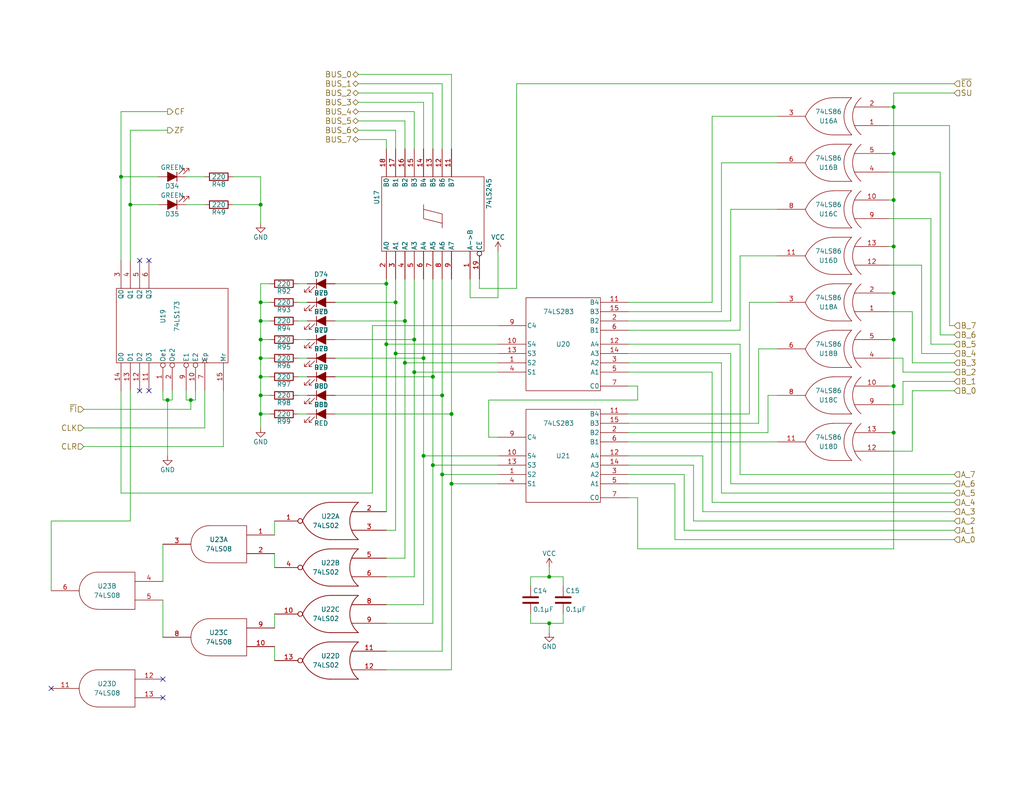
<source format=kicad_sch>
(kicad_sch (version 20230121) (generator eeschema)
  (paper "USLetter")
  (lib_symbols
    (symbol "8bit-computer-rescue:74LS02-8bit-computer-rescue" (pin_names (offset 0.762))
      (property "Reference" "U" (at 0 1.27 0))
      (property "Value" "8bit-computer-rescue:74LS02" (at 1.27 -1.27 0))
      (symbol "74LS02-8bit-computer-rescue_0_0"
        (pin power_in line (at -5.08 5.08 270) (length 0) hide (name "VCC") (number "14"))
        (pin power_in line (at -5.08 -5.08 90) (length 0) hide (name "GND") (number "7"))
      )
      (symbol "74LS02-8bit-computer-rescue_0_1"
        (arc (start -7.62 -5.08) (mid -5.2708 0) (end -7.62 5.08) (stroke (width 0.2032)))
        (arc (start 0 -5.08) (mid 4.5812 -3.6906) (end 7.62 0) (stroke (width 0.2032)))
        (polyline (pts (xy -7.62 -5.08) (xy 0 -5.08)) (stroke (width 0.2032)))
        (polyline (pts (xy -7.62 5.08) (xy 0 5.08)) (stroke (width 0.2032)))
        (arc (start 7.62 0) (mid 4.5727 3.6819) (end 0 5.08) (stroke (width 0.2032)))
      )
      (symbol "74LS02-8bit-computer-rescue_0_2"
        (polyline (pts (xy 2.54 5.08) (xy -7.62 5.08) (xy -7.62 -5.08) (xy 2.54 -5.08)) (stroke (width 0.2032)))
        (arc (start 2.5654 -5.0546) (mid 7.5947 0.0001) (end 2.5654 5.08) (stroke (width 0.2032)))
      )
      (symbol "74LS02-8bit-computer-rescue_1_1"
        (pin output inverted (at 15.24 0 180) (length 7.62) (name "~") (number "1"))
        (pin input line (at -15.24 2.54 0) (length 9.398) (name "~") (number "2"))
        (pin input line (at -15.24 -2.54 0) (length 9.398) (name "~") (number "3"))
      )
      (symbol "74LS02-8bit-computer-rescue_1_2"
        (pin output line (at 15.24 0 180) (length 7.62) (name "~") (number "1"))
        (pin input inverted (at -15.24 2.54 0) (length 7.62) (name "~") (number "2"))
        (pin input inverted (at -15.24 -2.54 0) (length 7.62) (name "~") (number "3"))
      )
      (symbol "74LS02-8bit-computer-rescue_2_1"
        (pin output inverted (at 15.24 0 180) (length 7.62) (name "~") (number "4"))
        (pin input line (at -15.24 2.54 0) (length 9.398) (name "~") (number "5"))
        (pin input line (at -15.24 -2.54 0) (length 9.398) (name "~") (number "6"))
      )
      (symbol "74LS02-8bit-computer-rescue_2_2"
        (pin output line (at 15.24 0 180) (length 7.62) (name "~") (number "4"))
        (pin input inverted (at -15.24 2.54 0) (length 7.62) (name "~") (number "5"))
        (pin input inverted (at -15.24 -2.54 0) (length 7.62) (name "~") (number "6"))
      )
      (symbol "74LS02-8bit-computer-rescue_3_1"
        (pin output inverted (at 15.24 0 180) (length 7.62) (name "~") (number "10"))
        (pin input line (at -15.24 2.54 0) (length 9.398) (name "~") (number "8"))
        (pin input line (at -15.24 -2.54 0) (length 9.398) (name "~") (number "9"))
      )
      (symbol "74LS02-8bit-computer-rescue_3_2"
        (pin output line (at 15.24 0 180) (length 7.62) (name "~") (number "10"))
        (pin input inverted (at -15.24 2.54 0) (length 7.62) (name "~") (number "8"))
        (pin input inverted (at -15.24 -2.54 0) (length 7.62) (name "~") (number "9"))
      )
      (symbol "74LS02-8bit-computer-rescue_4_1"
        (pin input line (at -15.24 2.54 0) (length 9.398) (name "~") (number "11"))
        (pin input line (at -15.24 -2.54 0) (length 9.398) (name "~") (number "12"))
        (pin output inverted (at 15.24 0 180) (length 7.62) (name "~") (number "13"))
      )
      (symbol "74LS02-8bit-computer-rescue_4_2"
        (pin input inverted (at -15.24 2.54 0) (length 7.62) (name "~") (number "11"))
        (pin input inverted (at -15.24 -2.54 0) (length 7.62) (name "~") (number "12"))
        (pin output line (at 15.24 0 180) (length 7.62) (name "~") (number "13"))
      )
    )
    (symbol "8bit-computer-rescue:74LS08-8bit-computer-rescue" (pin_names (offset 0.762))
      (property "Reference" "U" (at 0 1.27 0))
      (property "Value" "8bit-computer-rescue:74LS08" (at 0 -1.27 0))
      (symbol "74LS08-8bit-computer-rescue_0_0"
        (pin power_in line (at -5.08 5.08 90) (length 0) hide (name "VCC") (number "14"))
        (pin power_in line (at -5.08 -5.08 90) (length 0) hide (name "GND") (number "7"))
      )
      (symbol "74LS08-8bit-computer-rescue_0_1"
        (polyline (pts (xy 2.54 5.08) (xy -7.62 5.08) (xy -7.62 -5.08) (xy 2.54 -5.08)))
        (arc (start 2.5654 -5.0546) (mid 7.5947 0.0001) (end 2.5654 5.08))
      )
      (symbol "74LS08-8bit-computer-rescue_0_2"
        (arc (start -7.62 -5.0292) (mid -5.3094 0.0082) (end -7.62 5.0546))
        (arc (start 0 -5.0546) (mid 4.5632 -3.6449) (end 7.5946 0.0508))
        (polyline (pts (xy -7.62 -5.08) (xy 0 -5.08)))
        (polyline (pts (xy -7.62 5.08) (xy 0 5.08)))
        (arc (start 7.62 0) (mid 4.6132 3.6946) (end 0.0508 5.08))
      )
      (symbol "74LS08-8bit-computer-rescue_1_1"
        (pin input line (at -15.24 2.54 0) (length 7.62) (name "~") (number "1"))
        (pin input line (at -15.24 -2.54 0) (length 7.62) (name "~") (number "2"))
        (pin output line (at 15.24 0 180) (length 7.62) (name "~") (number "3"))
      )
      (symbol "74LS08-8bit-computer-rescue_1_2"
        (pin input inverted (at -15.24 2.54 0) (length 9.398) (name "~") (number "1"))
        (pin input inverted (at -15.24 -2.54 0) (length 9.398) (name "~") (number "2"))
        (pin output inverted (at 15.24 0 180) (length 7.62) (name "~") (number "3"))
      )
      (symbol "74LS08-8bit-computer-rescue_2_1"
        (pin input line (at -15.24 2.54 0) (length 7.62) (name "~") (number "4"))
        (pin input line (at -15.24 -2.54 0) (length 7.62) (name "~") (number "5"))
        (pin output line (at 15.24 0 180) (length 7.62) (name "~") (number "6"))
      )
      (symbol "74LS08-8bit-computer-rescue_2_2"
        (pin input inverted (at -15.24 2.54 0) (length 9.398) (name "~") (number "4"))
        (pin input inverted (at -15.24 -2.54 0) (length 9.398) (name "~") (number "5"))
        (pin output inverted (at 15.24 0 180) (length 7.62) (name "~") (number "6"))
      )
      (symbol "74LS08-8bit-computer-rescue_3_1"
        (pin input line (at -15.24 -2.54 0) (length 7.62) (name "~") (number "10"))
        (pin output line (at 15.24 0 180) (length 7.62) (name "~") (number "8"))
        (pin input line (at -15.24 2.54 0) (length 7.62) (name "~") (number "9"))
      )
      (symbol "74LS08-8bit-computer-rescue_3_2"
        (pin input inverted (at -15.24 -2.54 0) (length 9.398) (name "~") (number "10"))
        (pin output inverted (at 15.24 0 180) (length 7.62) (name "~") (number "8"))
        (pin input inverted (at -15.24 2.54 0) (length 9.398) (name "~") (number "9"))
      )
      (symbol "74LS08-8bit-computer-rescue_4_1"
        (pin output line (at 15.24 0 180) (length 7.62) (name "~") (number "11"))
        (pin input line (at -15.24 2.54 0) (length 7.62) (name "~") (number "12"))
        (pin input line (at -15.24 -2.54 0) (length 7.62) (name "~") (number "13"))
      )
      (symbol "74LS08-8bit-computer-rescue_4_2"
        (pin output inverted (at 15.24 0 180) (length 7.62) (name "~") (number "11"))
        (pin input inverted (at -15.24 2.54 0) (length 9.398) (name "~") (number "12"))
        (pin input inverted (at -15.24 -2.54 0) (length 9.398) (name "~") (number "13"))
      )
    )
    (symbol "8bit-computer-rescue:74LS173-8bit-computer-rescue" (pin_names (offset 0.254))
      (property "Reference" "U" (at 2.54 2.54 0))
      (property "Value" "8bit-computer-rescue:74LS173" (at 2.54 -1.27 0))
      (symbol "74LS173-8bit-computer-rescue_0_0"
        (pin power_in line (at -7.62 15.24 90) (length 0) hide (name "VCC") (number "16"))
        (pin power_in line (at -7.62 -15.24 90) (length 0) hide (name "GND") (number "8"))
      )
      (symbol "74LS173-8bit-computer-rescue_0_1"
        (rectangle (start -10.16 15.24) (end 10.16 -15.24))
      )
      (symbol "74LS173-8bit-computer-rescue_1_1"
        (pin input inverted (at -17.78 2.54 0) (length 7.62) (name "Oe1") (number "1"))
        (pin input inverted (at -17.78 -6.35 0) (length 7.62) (name "E2") (number "10"))
        (pin input line (at -17.78 6.35 0) (length 7.62) (name "D3") (number "11"))
        (pin input line (at -17.78 8.89 0) (length 7.62) (name "D2") (number "12"))
        (pin input line (at -17.78 11.43 0) (length 7.62) (name "D1") (number "13"))
        (pin input line (at -17.78 13.97 0) (length 7.62) (name "D0") (number "14"))
        (pin input line (at -17.78 -13.97 0) (length 7.62) (name "Mr") (number "15"))
        (pin input inverted (at -17.78 0 0) (length 7.62) (name "Oe2") (number "2"))
        (pin tri_state line (at 17.78 13.97 180) (length 7.62) (name "Q0") (number "3"))
        (pin tri_state line (at 17.78 11.43 180) (length 7.62) (name "Q1") (number "4"))
        (pin tri_state line (at 17.78 8.89 180) (length 7.62) (name "Q2") (number "5"))
        (pin tri_state line (at 17.78 6.35 180) (length 7.62) (name "Q3") (number "6"))
        (pin input clock (at -17.78 -8.89 0) (length 7.62) (name "Cp") (number "7"))
        (pin input inverted (at -17.78 -3.81 0) (length 7.62) (name "E1") (number "9"))
      )
    )
    (symbol "8bit-computer-rescue:74LS245-8bit-computer-rescue" (pin_names (offset 0.254))
      (property "Reference" "U" (at 2.54 14.605 0))
      (property "Value" "8bit-computer-rescue:74LS245" (at 1.27 -14.605 0))
      (symbol "74LS245-8bit-computer-rescue_0_0"
        (pin power_in line (at 0 -13.97 90) (length 0) hide (name "GND") (number "10"))
        (pin power_in line (at 0 13.97 270) (length 0) hide (name "VCC") (number "20"))
      )
      (symbol "74LS245-8bit-computer-rescue_0_1"
        (rectangle (start -10.16 13.97) (end 10.16 -13.97))
        (polyline (pts (xy 1.27 2.54) (xy 0 -2.54) (xy -2.54 -2.54)))
        (polyline (pts (xy 2.54 2.54) (xy -1.27 2.54) (xy -2.54 -2.54) (xy -3.81 -2.54)))
      )
      (symbol "74LS245-8bit-computer-rescue_1_1"
        (pin input line (at -17.78 -10.16 0) (length 7.62) (name "A->B") (number "1"))
        (pin tri_state line (at 17.78 -5.08 180) (length 7.62) (name "B7") (number "11"))
        (pin tri_state line (at 17.78 -2.54 180) (length 7.62) (name "B6") (number "12"))
        (pin tri_state line (at 17.78 0 180) (length 7.62) (name "B5") (number "13"))
        (pin tri_state line (at 17.78 2.54 180) (length 7.62) (name "B4") (number "14"))
        (pin tri_state line (at 17.78 5.08 180) (length 7.62) (name "B3") (number "15"))
        (pin tri_state line (at 17.78 7.62 180) (length 7.62) (name "B2") (number "16"))
        (pin tri_state line (at 17.78 10.16 180) (length 7.62) (name "B1") (number "17"))
        (pin tri_state line (at 17.78 12.7 180) (length 7.62) (name "B0") (number "18"))
        (pin input inverted (at -17.78 -12.7 0) (length 7.62) (name "CE") (number "19"))
        (pin tri_state line (at -17.78 12.7 0) (length 7.62) (name "A0") (number "2"))
        (pin tri_state line (at -17.78 10.16 0) (length 7.62) (name "A1") (number "3"))
        (pin tri_state line (at -17.78 7.62 0) (length 7.62) (name "A2") (number "4"))
        (pin tri_state line (at -17.78 5.08 0) (length 7.62) (name "A3") (number "5"))
        (pin tri_state line (at -17.78 2.54 0) (length 7.62) (name "A4") (number "6"))
        (pin tri_state line (at -17.78 0 0) (length 7.62) (name "A5") (number "7"))
        (pin tri_state line (at -17.78 -2.54 0) (length 7.62) (name "A6") (number "8"))
        (pin tri_state line (at -17.78 -5.08 0) (length 7.62) (name "A7") (number "9"))
      )
    )
    (symbol "8bit-computer-rescue:74LS283-8bit-computer-rescue" (pin_names (offset 0.254))
      (property "Reference" "U" (at 0 0 0))
      (property "Value" "8bit-computer-rescue:74LS283" (at 1.27 -8.89 0))
      (symbol "74LS283-8bit-computer-rescue_0_0"
        (pin power_in line (at -7.62 12.7 90) (length 0) hide (name "VCC") (number "16"))
        (pin power_in line (at -7.62 -12.7 90) (length 0) hide (name "GND") (number "8"))
      )
      (symbol "74LS283-8bit-computer-rescue_0_1"
        (rectangle (start -10.16 12.7) (end 10.16 -12.7))
      )
      (symbol "74LS283-8bit-computer-rescue_1_1"
        (pin output line (at 17.78 5.08 180) (length 7.62) (name "S2") (number "1"))
        (pin output line (at 17.78 0 180) (length 7.62) (name "S4") (number "10"))
        (pin input line (at -17.78 -11.43 0) (length 7.62) (name "B4") (number "11"))
        (pin input line (at -17.78 0 0) (length 7.62) (name "A4") (number "12"))
        (pin output line (at 17.78 2.54 180) (length 7.62) (name "S3") (number "13"))
        (pin input line (at -17.78 2.54 0) (length 7.62) (name "A3") (number "14"))
        (pin input line (at -17.78 -8.89 0) (length 7.62) (name "B3") (number "15"))
        (pin input line (at -17.78 -6.35 0) (length 7.62) (name "B2") (number "2"))
        (pin input line (at -17.78 5.08 0) (length 7.62) (name "A2") (number "3"))
        (pin output line (at 17.78 7.62 180) (length 7.62) (name "S1") (number "4"))
        (pin input line (at -17.78 7.62 0) (length 7.62) (name "A1") (number "5"))
        (pin input line (at -17.78 -3.81 0) (length 7.62) (name "B1") (number "6"))
        (pin input line (at -17.78 11.43 0) (length 7.62) (name "C0") (number "7"))
        (pin output line (at 17.78 -5.08 180) (length 7.62) (name "C4") (number "9"))
      )
    )
    (symbol "8bit-computer-rescue:74LS86-8bit-computer-rescue" (pin_names (offset 0.762) hide)
      (property "Reference" "U" (at 1.27 1.27 0))
      (property "Value" "8bit-computer-rescue:74LS86" (at 1.27 -1.27 0))
      (symbol "74LS86-8bit-computer-rescue_0_0"
        (pin power_in line (at -5.08 5.08 270) (length 0) hide (name "VCC") (number "14"))
        (pin power_in line (at -5.08 -5.08 90) (length 0) hide (name "GND") (number "7"))
      )
      (symbol "74LS86-8bit-computer-rescue_0_1"
        (arc (start -7.62 -5.0292) (mid -5.3094 0.0082) (end -7.62 5.0546))
        (arc (start -5.0292 -5.08) (mid -2.9462 -0.006) (end -5.08 5.0546))
        (arc (start 0 -5.0546) (mid 4.5632 -3.6449) (end 7.5946 0.0508))
        (polyline (pts (xy -5.08 -5.08) (xy 0 -5.08)))
        (polyline (pts (xy -5.08 5.08) (xy 0 5.08)))
        (arc (start 7.62 0) (mid 4.6132 3.6946) (end 0.0508 5.08))
      )
      (symbol "74LS86-8bit-computer-rescue_1_1"
        (pin input line (at -15.24 2.54 0) (length 9.398) (name "IN1") (number "1"))
        (pin input line (at -15.24 -2.54 0) (length 9.398) (name "IN2") (number "2"))
        (pin output line (at 15.24 0 180) (length 7.62) (name "OUT") (number "3"))
      )
      (symbol "74LS86-8bit-computer-rescue_2_1"
        (pin input line (at -15.24 2.54 0) (length 9.398) (name "IN1") (number "4"))
        (pin input line (at -15.24 -2.54 0) (length 9.398) (name "IN2") (number "5"))
        (pin output line (at 15.24 0 180) (length 7.62) (name "OUT") (number "6"))
      )
      (symbol "74LS86-8bit-computer-rescue_3_1"
        (pin input line (at -15.24 -2.54 0) (length 9.398) (name "IN2") (number "10"))
        (pin output line (at 15.24 0 180) (length 7.62) (name "OUT") (number "8"))
        (pin input line (at -15.24 2.54 0) (length 9.398) (name "IN1") (number "9"))
      )
      (symbol "74LS86-8bit-computer-rescue_4_1"
        (pin output line (at 15.24 0 180) (length 7.62) (name "OUT") (number "11"))
        (pin input line (at -15.24 2.54 0) (length 9.398) (name "IN1") (number "12"))
        (pin input line (at -15.24 -2.54 0) (length 9.398) (name "IN2") (number "13"))
      )
    )
    (symbol "8bit-computer-rescue:LED_ALT-Device" (pin_numbers hide) (pin_names (offset 1.016) hide)
      (property "Reference" "D" (at 0 2.54 0))
      (property "Value" "Device:LED_ALT" (at 0 -2.54 0))
      (symbol "LED_ALT-Device_0_1"
        (polyline (pts (xy -1.27 -1.27) (xy -1.27 1.27)) (stroke (width 0.2032)))
        (polyline (pts (xy -1.27 0) (xy 1.27 0)))
        (polyline (pts (xy 1.27 -1.27) (xy 1.27 1.27) (xy -1.27 0) (xy 1.27 -1.27)) (stroke (width 0.2032)) (fill (type outline)))
        (polyline (pts (xy -3.048 -0.762) (xy -4.572 -2.286) (xy -3.81 -2.286) (xy -4.572 -2.286) (xy -4.572 -1.524)))
        (polyline (pts (xy -1.778 -0.762) (xy -3.302 -2.286) (xy -2.54 -2.286) (xy -3.302 -2.286) (xy -3.302 -1.524)))
      )
      (symbol "LED_ALT-Device_1_1"
        (pin passive line (at -3.81 0 0) (length 2.54) (name "K") (number "1"))
        (pin passive line (at 3.81 0 180) (length 2.54) (name "A") (number "2"))
      )
    )
    (symbol "Device:C" (pin_numbers hide) (pin_names (offset 0.254))
      (property "Reference" "C" (at 0.635 2.54 0))
      (property "Value" "C" (at 0.635 -2.54 0))
      (symbol "C_0_1"
        (polyline (pts (xy -2.032 -0.762) (xy 2.032 -0.762)) (stroke (width 0.508)))
        (polyline (pts (xy -2.032 0.762) (xy 2.032 0.762)) (stroke (width 0.508)))
      )
      (symbol "C_1_1"
        (pin passive line (at 0 3.81 270) (length 2.794) (name "~") (number "1"))
        (pin passive line (at 0 -3.81 90) (length 2.794) (name "~") (number "2"))
      )
    )
    (symbol "Device:R" (pin_numbers hide) (pin_names (offset 0))
      (property "Reference" "R" (at 2.032 0 90))
      (property "Value" "R" (at 0 0 90))
      (symbol "R_0_1"
        (rectangle (start -1.016 -2.54) (end 1.016 2.54) (stroke (width 0.254)))
      )
      (symbol "R_1_1"
        (pin passive line (at 0 3.81 270) (length 1.27) (name "~") (number "1"))
        (pin passive line (at 0 -3.81 90) (length 1.27) (name "~") (number "2"))
      )
    )
    (symbol "power:GND" (power) (pin_names (offset 0))
      (property "Value" "GND" (at 0 -3.81 0))
      (symbol "GND_0_1"
        (polyline (pts (xy 0 0) (xy 0 -1.27) (xy 1.27 -1.27) (xy 0 -2.54) (xy -1.27 -1.27) (xy 0 -1.27)))
      )
      (symbol "GND_1_1"
        (pin power_in line (at 0 0 270) (length 0) hide (name "GND") (number "1"))
      )
    )
    (symbol "power:VCC" (power) (pin_names (offset 0))
      (property "Value" "VCC" (at 0 3.81 0))
      (symbol "VCC_0_1"
        (polyline (pts (xy -0.762 1.27) (xy 0 2.54)))
        (polyline (pts (xy 0 0) (xy 0 2.54)))
        (polyline (pts (xy 0 2.54) (xy 0.762 1.27)))
      )
      (symbol "VCC_1_1"
        (pin power_in line (at 0 0 90) (length 0) hide (name "VCC") (number "1"))
      )
    )
  )
  (junction (at 45.72 109.22))
  (junction (at 118.11 102.87))
  (junction (at 110.49 87.63))
  (junction (at 243.84 118.11))
  (junction (at 71.12 92.71))
  (junction (at 71.12 55.88))
  (junction (at 71.12 107.95))
  (junction (at 243.84 67.31))
  (junction (at 120.65 129.54))
  (junction (at 149.86 170.18))
  (junction (at 118.11 127))
  (junction (at 243.84 92.71))
  (junction (at 71.12 82.55))
  (junction (at 33.02 48.26))
  (junction (at 113.03 101.6))
  (junction (at 110.49 99.06))
  (junction (at 115.57 97.79))
  (junction (at 107.95 96.52))
  (junction (at 105.41 93.98))
  (junction (at 71.12 87.63))
  (junction (at 123.19 132.08))
  (junction (at 71.12 97.79))
  (junction (at 71.12 113.03))
  (junction (at 243.84 54.61))
  (junction (at 113.03 92.71))
  (junction (at 105.41 77.47))
  (junction (at 243.84 29.21))
  (junction (at 71.12 102.87))
  (junction (at 120.65 107.95))
  (junction (at 107.95 82.55))
  (junction (at 243.84 41.91))
  (junction (at 115.57 124.46))
  (junction (at 123.19 113.03))
  (junction (at 149.86 157.48))
  (junction (at 52.07 109.22))
  (junction (at 243.84 105.41))
  (junction (at 35.56 55.88))
  (junction (at 243.84 80.01))
  (no_connect (at 44.45 185.42))
  (no_connect (at 38.1 106.68))
  (no_connect (at 38.1 71.12))
  (no_connect (at 40.64 106.68))
  (no_connect (at 44.45 190.5))
  (no_connect (at 13.97 187.96))
  (no_connect (at 40.64 71.12))
  (wire (pts (xy 73.66 107.95) (xy 71.12 107.95)))
  (wire (pts (xy 74.93 151.13) (xy 74.93 154.94)))
  (wire (pts (xy 171.45 118.11) (xy 209.55 118.11)))
  (wire (pts (xy 243.84 29.21) (xy 243.84 41.91)))
  (wire (pts (xy 242.57 34.29) (xy 259.08 34.29)))
  (wire (pts (xy 254 93.98) (xy 260.35 93.98)))
  (wire (pts (xy 144.78 157.48) (xy 149.86 157.48)))
  (wire (pts (xy 35.56 35.56) (xy 35.56 55.88)))
  (wire (pts (xy 123.19 113.03) (xy 123.19 132.08)))
  (wire (pts (xy 22.86 116.84) (xy 55.88 116.84)))
  (wire (pts (xy 53.34 109.22) (xy 53.34 106.68)))
  (wire (pts (xy 13.97 142.24) (xy 35.56 142.24)))
  (wire (pts (xy 199.39 87.63) (xy 199.39 57.15)))
  (wire (pts (xy 149.86 154.94) (xy 149.86 157.48)))
  (wire (pts (xy 184.15 147.32) (xy 260.35 147.32)))
  (wire (pts (xy 128.27 76.2) (xy 128.27 81.28)))
  (wire (pts (xy 189.23 127) (xy 189.23 142.24)))
  (wire (pts (xy 243.84 149.86) (xy 173.99 149.86)))
  (wire (pts (xy 173.99 109.22) (xy 173.99 105.41)))
  (wire (pts (xy 201.93 93.98) (xy 201.93 129.54)))
  (wire (pts (xy 105.41 77.47) (xy 105.41 93.98)))
  (wire (pts (xy 243.84 92.71) (xy 242.57 92.71)))
  (wire (pts (xy 243.84 67.31) (xy 242.57 67.31)))
  (wire (pts (xy 43.18 55.88) (xy 35.56 55.88)))
  (wire (pts (xy 91.44 102.87) (xy 118.11 102.87)))
  (wire (pts (xy 91.44 92.71) (xy 113.03 92.71)))
  (wire (pts (xy 243.84 118.11) (xy 243.84 149.86)))
  (wire (pts (xy 194.31 137.16) (xy 260.35 137.16)))
  (wire (pts (xy 120.65 107.95) (xy 120.65 129.54)))
  (wire (pts (xy 259.08 88.9) (xy 260.35 88.9)))
  (wire (pts (xy 144.78 160.02) (xy 144.78 157.48)))
  (wire (pts (xy 71.12 48.26) (xy 71.12 55.88)))
  (wire (pts (xy 171.45 124.46) (xy 191.77 124.46)))
  (wire (pts (xy 191.77 139.7) (xy 260.35 139.7)))
  (wire (pts (xy 201.93 69.85) (xy 212.09 69.85)))
  (wire (pts (xy 243.84 67.31) (xy 243.84 80.01)))
  (wire (pts (xy 35.56 55.88) (xy 35.56 71.12)))
  (wire (pts (xy 184.15 132.08) (xy 184.15 147.32)))
  (wire (pts (xy 118.11 127) (xy 118.11 170.18)))
  (wire (pts (xy 130.81 76.2) (xy 130.81 78.74)))
  (wire (pts (xy 50.8 109.22) (xy 52.07 109.22)))
  (wire (pts (xy 91.44 107.95) (xy 120.65 107.95)))
  (wire (pts (xy 135.89 81.28) (xy 135.89 68.58)))
  (wire (pts (xy 97.79 30.48) (xy 113.03 30.48)))
  (wire (pts (xy 254 59.69) (xy 254 93.98)))
  (wire (pts (xy 171.45 132.08) (xy 184.15 132.08)))
  (wire (pts (xy 74.93 167.64) (xy 74.93 171.45)))
  (wire (pts (xy 153.67 170.18) (xy 153.67 167.64)))
  (wire (pts (xy 199.39 132.08) (xy 260.35 132.08)))
  (wire (pts (xy 13.97 161.29) (xy 13.97 142.24)))
  (wire (pts (xy 243.84 25.4) (xy 260.35 25.4)))
  (wire (pts (xy 97.79 27.94) (xy 115.57 27.94)))
  (wire (pts (xy 74.93 142.24) (xy 74.93 146.05)))
  (wire (pts (xy 63.5 48.26) (xy 71.12 48.26)))
  (wire (pts (xy 243.84 25.4) (xy 243.84 29.21)))
  (wire (pts (xy 71.12 92.71) (xy 73.66 92.71)))
  (wire (pts (xy 242.57 46.99) (xy 256.54 46.99)))
  (wire (pts (xy 44.45 109.22) (xy 45.72 109.22)))
  (wire (pts (xy 173.99 149.86) (xy 173.99 135.89)))
  (wire (pts (xy 118.11 127) (xy 135.89 127)))
  (wire (pts (xy 171.45 85.09) (xy 196.85 85.09)))
  (wire (pts (xy 130.81 78.74) (xy 140.97 78.74)))
  (wire (pts (xy 115.57 165.1) (xy 105.41 165.1)))
  (wire (pts (xy 199.39 96.52) (xy 199.39 132.08)))
  (wire (pts (xy 33.02 134.62) (xy 33.02 106.68)))
  (wire (pts (xy 107.95 35.56) (xy 107.95 40.64)))
  (wire (pts (xy 123.19 132.08) (xy 123.19 182.88)))
  (wire (pts (xy 173.99 105.41) (xy 171.45 105.41)))
  (wire (pts (xy 196.85 85.09) (xy 196.85 44.45)))
  (wire (pts (xy 207.01 95.25) (xy 212.09 95.25)))
  (wire (pts (xy 243.84 105.41) (xy 243.84 118.11)))
  (wire (pts (xy 71.12 82.55) (xy 71.12 77.47)))
  (wire (pts (xy 118.11 102.87) (xy 118.11 127)))
  (wire (pts (xy 110.49 152.4) (xy 105.41 152.4)))
  (wire (pts (xy 105.41 76.2) (xy 105.41 77.47)))
  (wire (pts (xy 201.93 129.54) (xy 260.35 129.54)))
  (wire (pts (xy 81.28 82.55) (xy 83.82 82.55)))
  (wire (pts (xy 186.69 144.78) (xy 260.35 144.78)))
  (wire (pts (xy 35.56 35.56) (xy 45.72 35.56)))
  (wire (pts (xy 120.65 129.54) (xy 135.89 129.54)))
  (wire (pts (xy 105.41 93.98) (xy 135.89 93.98)))
  (wire (pts (xy 243.84 29.21) (xy 242.57 29.21)))
  (wire (pts (xy 259.08 34.29) (xy 259.08 88.9)))
  (wire (pts (xy 22.86 121.92) (xy 60.96 121.92)))
  (wire (pts (xy 120.65 177.8) (xy 105.41 177.8)))
  (wire (pts (xy 107.95 76.2) (xy 107.95 82.55)))
  (wire (pts (xy 243.84 118.11) (xy 242.57 118.11)))
  (wire (pts (xy 171.45 120.65) (xy 212.09 120.65)))
  (wire (pts (xy 113.03 76.2) (xy 113.03 92.71)))
  (wire (pts (xy 186.69 129.54) (xy 186.69 144.78)))
  (wire (pts (xy 73.66 113.03) (xy 71.12 113.03)))
  (wire (pts (xy 123.19 76.2) (xy 123.19 113.03)))
  (wire (pts (xy 115.57 97.79) (xy 115.57 124.46)))
  (wire (pts (xy 260.35 106.68) (xy 248.92 106.68)))
  (wire (pts (xy 153.67 157.48) (xy 153.67 160.02)))
  (wire (pts (xy 52.07 111.76) (xy 52.07 109.22)))
  (wire (pts (xy 71.12 116.84) (xy 71.12 113.03)))
  (wire (pts (xy 251.46 72.39) (xy 251.46 96.52)))
  (wire (pts (xy 33.02 30.48) (xy 33.02 48.26)))
  (wire (pts (xy 248.92 123.19) (xy 242.57 123.19)))
  (wire (pts (xy 71.12 77.47) (xy 73.66 77.47)))
  (wire (pts (xy 135.89 88.9) (xy 101.6 88.9)))
  (wire (pts (xy 144.78 167.64) (xy 144.78 170.18)))
  (wire (pts (xy 110.49 76.2) (xy 110.49 87.63)))
  (wire (pts (xy 113.03 92.71) (xy 113.03 101.6)))
  (wire (pts (xy 110.49 33.02) (xy 110.49 40.64)))
  (wire (pts (xy 171.45 96.52) (xy 199.39 96.52)))
  (wire (pts (xy 110.49 87.63) (xy 110.49 99.06)))
  (wire (pts (xy 149.86 170.18) (xy 153.67 170.18)))
  (wire (pts (xy 97.79 35.56) (xy 107.95 35.56)))
  (wire (pts (xy 97.79 38.1) (xy 105.41 38.1)))
  (wire (pts (xy 133.35 119.38) (xy 133.35 109.22)))
  (wire (pts (xy 256.54 46.99) (xy 256.54 91.44)))
  (wire (pts (xy 171.45 101.6) (xy 194.31 101.6)))
  (wire (pts (xy 128.27 81.28) (xy 135.89 81.28)))
  (wire (pts (xy 243.84 41.91) (xy 242.57 41.91)))
  (wire (pts (xy 81.28 107.95) (xy 83.82 107.95)))
  (wire (pts (xy 171.45 82.55) (xy 194.31 82.55)))
  (wire (pts (xy 45.72 30.48) (xy 33.02 30.48)))
  (wire (pts (xy 140.97 22.86) (xy 140.97 78.74)))
  (wire (pts (xy 171.45 115.57) (xy 207.01 115.57)))
  (wire (pts (xy 71.12 113.03) (xy 71.12 107.95)))
  (wire (pts (xy 71.12 55.88) (xy 71.12 60.96)))
  (wire (pts (xy 91.44 113.03) (xy 123.19 113.03)))
  (wire (pts (xy 97.79 20.32) (xy 123.19 20.32)))
  (wire (pts (xy 55.88 55.88) (xy 50.8 55.88)))
  (wire (pts (xy 105.41 38.1) (xy 105.41 40.64)))
  (wire (pts (xy 107.95 144.78) (xy 105.41 144.78)))
  (wire (pts (xy 243.84 80.01) (xy 242.57 80.01)))
  (wire (pts (xy 71.12 102.87) (xy 73.66 102.87)))
  (wire (pts (xy 246.38 104.14) (xy 260.35 104.14)))
  (wire (pts (xy 248.92 99.06) (xy 260.35 99.06)))
  (wire (pts (xy 123.19 20.32) (xy 123.19 40.64)))
  (wire (pts (xy 115.57 124.46) (xy 115.57 165.1)))
  (wire (pts (xy 209.55 118.11) (xy 209.55 107.95)))
  (wire (pts (xy 55.88 116.84) (xy 55.88 106.68)))
  (wire (pts (xy 120.65 129.54) (xy 120.65 177.8)))
  (wire (pts (xy 118.11 170.18) (xy 105.41 170.18)))
  (wire (pts (xy 45.72 109.22) (xy 46.99 109.22)))
  (wire (pts (xy 71.12 87.63) (xy 71.12 82.55)))
  (wire (pts (xy 260.35 22.86) (xy 140.97 22.86)))
  (wire (pts (xy 118.11 76.2) (xy 118.11 102.87)))
  (wire (pts (xy 44.45 106.68) (xy 44.45 109.22)))
  (wire (pts (xy 243.84 54.61) (xy 242.57 54.61)))
  (wire (pts (xy 196.85 134.62) (xy 260.35 134.62)))
  (wire (pts (xy 81.28 92.71) (xy 83.82 92.71)))
  (wire (pts (xy 251.46 96.52) (xy 260.35 96.52)))
  (wire (pts (xy 246.38 110.49) (xy 246.38 104.14)))
  (wire (pts (xy 191.77 124.46) (xy 191.77 139.7)))
  (wire (pts (xy 113.03 157.48) (xy 105.41 157.48)))
  (wire (pts (xy 115.57 124.46) (xy 135.89 124.46)))
  (wire (pts (xy 35.56 142.24) (xy 35.56 106.68)))
  (wire (pts (xy 199.39 57.15) (xy 212.09 57.15)))
  (wire (pts (xy 207.01 115.57) (xy 207.01 95.25)))
  (wire (pts (xy 149.86 157.48) (xy 153.67 157.48)))
  (wire (pts (xy 107.95 96.52) (xy 135.89 96.52)))
  (wire (pts (xy 91.44 82.55) (xy 107.95 82.55)))
  (wire (pts (xy 196.85 44.45) (xy 212.09 44.45)))
  (wire (pts (xy 91.44 87.63) (xy 110.49 87.63)))
  (wire (pts (xy 123.19 132.08) (xy 135.89 132.08)))
  (wire (pts (xy 242.57 72.39) (xy 251.46 72.39)))
  (wire (pts (xy 74.93 176.53) (xy 74.93 180.34)))
  (wire (pts (xy 91.44 97.79) (xy 115.57 97.79)))
  (wire (pts (xy 120.65 76.2) (xy 120.65 107.95)))
  (wire (pts (xy 204.47 113.03) (xy 204.47 82.55)))
  (wire (pts (xy 171.45 87.63) (xy 199.39 87.63)))
  (wire (pts (xy 189.23 142.24) (xy 260.35 142.24)))
  (wire (pts (xy 171.45 113.03) (xy 204.47 113.03)))
  (wire (pts (xy 81.28 77.47) (xy 83.82 77.47)))
  (wire (pts (xy 248.92 85.09) (xy 248.92 99.06)))
  (wire (pts (xy 81.28 97.79) (xy 83.82 97.79)))
  (wire (pts (xy 46.99 109.22) (xy 46.99 106.68)))
  (wire (pts (xy 71.12 107.95) (xy 71.12 102.87)))
  (wire (pts (xy 194.31 82.55) (xy 194.31 31.75)))
  (wire (pts (xy 113.03 30.48) (xy 113.03 40.64)))
  (wire (pts (xy 71.12 102.87) (xy 71.12 97.79)))
  (wire (pts (xy 171.45 127) (xy 189.23 127)))
  (wire (pts (xy 45.72 109.22) (xy 45.72 124.46)))
  (wire (pts (xy 97.79 25.4) (xy 118.11 25.4)))
  (wire (pts (xy 171.45 129.54) (xy 186.69 129.54)))
  (wire (pts (xy 105.41 93.98) (xy 105.41 139.7)))
  (wire (pts (xy 97.79 33.02) (xy 110.49 33.02)))
  (wire (pts (xy 194.31 31.75) (xy 212.09 31.75)))
  (wire (pts (xy 196.85 99.06) (xy 196.85 134.62)))
  (wire (pts (xy 107.95 82.55) (xy 107.95 96.52)))
  (wire (pts (xy 22.86 111.76) (xy 52.07 111.76)))
  (wire (pts (xy 44.45 148.59) (xy 44.45 158.75)))
  (wire (pts (xy 246.38 97.79) (xy 246.38 101.6)))
  (wire (pts (xy 173.99 135.89) (xy 171.45 135.89)))
  (wire (pts (xy 149.86 170.18) (xy 149.86 172.72)))
  (wire (pts (xy 43.18 48.26) (xy 33.02 48.26)))
  (wire (pts (xy 256.54 91.44) (xy 260.35 91.44)))
  (wire (pts (xy 101.6 134.62) (xy 33.02 134.62)))
  (wire (pts (xy 243.84 41.91) (xy 243.84 54.61)))
  (wire (pts (xy 113.03 101.6) (xy 113.03 157.48)))
  (wire (pts (xy 52.07 109.22) (xy 53.34 109.22)))
  (wire (pts (xy 242.57 59.69) (xy 254 59.69)))
  (wire (pts (xy 194.31 101.6) (xy 194.31 137.16)))
  (wire (pts (xy 242.57 110.49) (xy 246.38 110.49)))
  (wire (pts (xy 243.84 54.61) (xy 243.84 67.31)))
  (wire (pts (xy 201.93 90.17) (xy 201.93 69.85)))
  (wire (pts (xy 118.11 25.4) (xy 118.11 40.64)))
  (wire (pts (xy 71.12 92.71) (xy 71.12 87.63)))
  (wire (pts (xy 110.49 99.06) (xy 110.49 152.4)))
  (wire (pts (xy 243.84 80.01) (xy 243.84 92.71)))
  (wire (pts (xy 110.49 99.06) (xy 135.89 99.06)))
  (wire (pts (xy 135.89 119.38) (xy 133.35 119.38)))
  (wire (pts (xy 204.47 82.55) (xy 212.09 82.55)))
  (wire (pts (xy 71.12 55.88) (xy 63.5 55.88)))
  (wire (pts (xy 73.66 97.79) (xy 71.12 97.79)))
  (wire (pts (xy 101.6 88.9) (xy 101.6 134.62)))
  (wire (pts (xy 171.45 93.98) (xy 201.93 93.98)))
  (wire (pts (xy 50.8 48.26) (xy 55.88 48.26)))
  (wire (pts (xy 60.96 121.92) (xy 60.96 106.68)))
  (wire (pts (xy 209.55 107.95) (xy 212.09 107.95)))
  (wire (pts (xy 73.66 87.63) (xy 71.12 87.63)))
  (wire (pts (xy 144.78 170.18) (xy 149.86 170.18)))
  (wire (pts (xy 120.65 22.86) (xy 120.65 40.64)))
  (wire (pts (xy 171.45 90.17) (xy 201.93 90.17)))
  (wire (pts (xy 71.12 82.55) (xy 73.66 82.55)))
  (wire (pts (xy 91.44 77.47) (xy 105.41 77.47)))
  (wire (pts (xy 133.35 109.22) (xy 173.99 109.22)))
  (wire (pts (xy 113.03 101.6) (xy 135.89 101.6)))
  (wire (pts (xy 33.02 48.26) (xy 33.02 71.12)))
  (wire (pts (xy 81.28 102.87) (xy 83.82 102.87)))
  (wire (pts (xy 81.28 113.03) (xy 83.82 113.03)))
  (wire (pts (xy 71.12 97.79) (xy 71.12 92.71)))
  (wire (pts (xy 97.79 22.86) (xy 120.65 22.86)))
  (wire (pts (xy 115.57 76.2) (xy 115.57 97.79)))
  (wire (pts (xy 115.57 27.94) (xy 115.57 40.64)))
  (wire (pts (xy 50.8 109.22) (xy 50.8 106.68)))
  (wire (pts (xy 171.45 99.06) (xy 196.85 99.06)))
  (wire (pts (xy 242.57 85.09) (xy 248.92 85.09)))
  (wire (pts (xy 243.84 105.41) (xy 242.57 105.41)))
  (wire (pts (xy 123.19 182.88) (xy 105.41 182.88)))
  (wire (pts (xy 246.38 101.6) (xy 260.35 101.6)))
  (wire (pts (xy 242.57 97.79) (xy 246.38 97.79)))
  (wire (pts (xy 81.28 87.63) (xy 83.82 87.63)))
  (wire (pts (xy 248.92 106.68) (xy 248.92 123.19)))
  (wire (pts (xy 107.95 96.52) (xy 107.95 144.78)))
  (wire (pts (xy 44.45 173.99) (xy 44.45 163.83)))
  (wire (pts (xy 243.84 92.71) (xy 243.84 105.41)))
  (hierarchical_label "B_5" (shape input) (at 260.35 93.98 0) (effects (font (size 1.524 1.524))))
  (hierarchical_label "~{FI}" (shape input) (at 22.86 111.76 180) (effects (font (size 1.524 1.524))))
  (hierarchical_label "A_5" (shape input) (at 260.35 134.62 0) (effects (font (size 1.524 1.524))))
  (hierarchical_label "BUS_7" (shape tri_state) (at 97.79 38.1 180) (effects (font (size 1.524 1.524))))
  (hierarchical_label "~{EO}" (shape input) (at 260.35 22.86 0) (effects (font (size 1.524 1.524))))
  (hierarchical_label "B_7" (shape input) (at 260.35 88.9 0) (effects (font (size 1.524 1.524))))
  (hierarchical_label "BUS_6" (shape tri_state) (at 97.79 35.56 180) (effects (font (size 1.524 1.524))))
  (hierarchical_label "CLK" (shape input) (at 22.86 116.84 180) (effects (font (size 1.524 1.524))))
  (hierarchical_label "A_6" (shape input) (at 260.35 132.08 0) (effects (font (size 1.524 1.524))))
  (hierarchical_label "BUS_1" (shape tri_state) (at 97.79 22.86 180) (effects (font (size 1.524 1.524))))
  (hierarchical_label "B_2" (shape input) (at 260.35 101.6 0) (effects (font (size 1.524 1.524))))
  (hierarchical_label "A_4" (shape input) (at 260.35 137.16 0) (effects (font (size 1.524 1.524))))
  (hierarchical_label "B_6" (shape input) (at 260.35 91.44 0) (effects (font (size 1.524 1.524))))
  (hierarchical_label "CLR" (shape input) (at 22.86 121.92 180) (effects (font (size 1.524 1.524))))
  (hierarchical_label "SU" (shape input) (at 260.35 25.4 0) (effects (font (size 1.524 1.524))))
  (hierarchical_label "A_3" (shape input) (at 260.35 139.7 0) (effects (font (size 1.524 1.524))))
  (hierarchical_label "A_0" (shape input) (at 260.35 147.32 0) (effects (font (size 1.524 1.524))))
  (hierarchical_label "ZF" (shape output) (at 45.72 35.56 0) (effects (font (size 1.524 1.524))))
  (hierarchical_label "BUS_2" (shape tri_state) (at 97.79 25.4 180) (effects (font (size 1.524 1.524))))
  (hierarchical_label "BUS_5" (shape tri_state) (at 97.79 33.02 180) (effects (font (size 1.524 1.524))))
  (hierarchical_label "A_7" (shape input) (at 260.35 129.54 0) (effects (font (size 1.524 1.524))))
  (hierarchical_label "BUS_3" (shape tri_state) (at 97.79 27.94 180) (effects (font (size 1.524 1.524))))
  (hierarchical_label "A_1" (shape input) (at 260.35 144.78 0) (effects (font (size 1.524 1.524))))
  (hierarchical_label "B_0" (shape input) (at 260.35 106.68 0) (effects (font (size 1.524 1.524))))
  (hierarchical_label "BUS_0" (shape tri_state) (at 97.79 20.32 180) (effects (font (size 1.524 1.524))))
  (hierarchical_label "B_3" (shape input) (at 260.35 99.06 0) (effects (font (size 1.524 1.524))))
  (hierarchical_label "BUS_4" (shape tri_state) (at 97.79 30.48 180) (effects (font (size 1.524 1.524))))
  (hierarchical_label "CF" (shape output) (at 45.72 30.48 0) (effects (font (size 1.524 1.524))))
  (hierarchical_label "B_4" (shape input) (at 260.35 96.52 0) (effects (font (size 1.524 1.524))))
  (hierarchical_label "A_2" (shape input) (at 260.35 142.24 0) (effects (font (size 1.524 1.524))))
  (hierarchical_label "B_1" (shape input) (at 260.35 104.14 0) (effects (font (size 1.524 1.524))))
  (symbol (lib_id "8bit-computer-rescue:74LS245-8bit-computer-rescue") (at 118.11 58.42 90) (unit 1)
    (property "Reference" "U17" (at 103.505 55.88 0) (effects (justify left bottom)))
    (property "Value" "74LS245" (at 132.715 57.15 0) (effects (justify left top)))
    (property "Footprint" "Package_DIP:DIP-20_W7.62mm" (effects hide))
  )
  (symbol (lib_id "8bit-computer-rescue:74LS283-8bit-computer-rescue") (at 153.67 93.98 180) (unit 1)
    (property "Reference" "U20" (at 153.67 93.98 0))
    (property "Value" "74LS283" (at 152.4 85.09 0))
    (property "Footprint" "Package_DIP:DIP-16_W7.62mm" (effects hide))
  )
  (symbol (lib_id "8bit-computer-rescue:74LS283-8bit-computer-rescue") (at 153.67 124.46 180) (unit 1)
    (property "Reference" "U21" (at 153.67 124.46 0))
    (property "Value" "74LS283" (at 152.4 115.57 0))
    (property "Footprint" "Package_DIP:DIP-16_W7.62mm" (effects hide))
  )
  (symbol (lib_id "8bit-computer-rescue:74LS86-8bit-computer-rescue") (at 227.33 107.95 180) (unit 3)
    (property "Reference" "U18" (at 226.06 109.22 0))
    (property "Value" "74LS86" (at 226.06 106.68 0))
    (property "Footprint" "Package_DIP:DIP-14_W7.62mm" (effects hide))
  )
  (symbol (lib_id "8bit-computer-rescue:74LS86-8bit-computer-rescue") (at 227.33 120.65 180) (unit 4)
    (property "Reference" "U18" (at 226.06 121.92 0))
    (property "Value" "74LS86" (at 226.06 119.38 0))
    (property "Footprint" "Package_DIP:DIP-14_W7.62mm" (effects hide))
  )
  (symbol (lib_id "8bit-computer-rescue:74LS86-8bit-computer-rescue") (at 227.33 82.55 180) (unit 1)
    (property "Reference" "U18" (at 226.06 83.82 0))
    (property "Value" "74LS86" (at 226.06 81.28 0))
    (property "Footprint" "Package_DIP:DIP-14_W7.62mm" (effects hide))
  )
  (symbol (lib_id "8bit-computer-rescue:74LS86-8bit-computer-rescue") (at 227.33 95.25 180) (unit 2)
    (property "Reference" "U18" (at 226.06 96.52 0))
    (property "Value" "74LS86" (at 226.06 93.98 0))
    (property "Footprint" "Package_DIP:DIP-14_W7.62mm" (effects hide))
  )
  (symbol (lib_id "8bit-computer-rescue:74LS86-8bit-computer-rescue") (at 227.33 57.15 180) (unit 3)
    (property "Reference" "U16" (at 226.06 58.42 0))
    (property "Value" "74LS86" (at 226.06 55.88 0))
    (property "Footprint" "Package_DIP:DIP-14_W7.62mm" (effects hide))
  )
  (symbol (lib_id "8bit-computer-rescue:74LS86-8bit-computer-rescue") (at 227.33 69.85 180) (unit 4)
    (property "Reference" "U16" (at 226.06 71.12 0))
    (property "Value" "74LS86" (at 226.06 68.58 0))
    (property "Footprint" "Package_DIP:DIP-14_W7.62mm" (effects hide))
  )
  (symbol (lib_id "8bit-computer-rescue:74LS86-8bit-computer-rescue") (at 227.33 31.75 180) (unit 1)
    (property "Reference" "U16" (at 226.06 33.02 0))
    (property "Value" "74LS86" (at 226.06 30.48 0))
    (property "Footprint" "Package_DIP:DIP-14_W7.62mm" (effects hide))
  )
  (symbol (lib_id "8bit-computer-rescue:74LS86-8bit-computer-rescue") (at 227.33 44.45 180) (unit 2)
    (property "Reference" "U16" (at 226.06 45.72 0))
    (property "Value" "74LS86" (at 226.06 43.18 0))
    (property "Footprint" "Package_DIP:DIP-14_W7.62mm" (effects hide))
  )
  (symbol (lib_id "power:VCC") (at 135.89 68.58 0) (unit 1)
    (property "Reference" "#PWR030" (effects hide))
    (property "Value" "VCC" (at 135.89 64.77 0))
  )
  (symbol (lib_id "8bit-computer-rescue:74LS02-8bit-computer-rescue") (at 90.17 142.24 0) (mirror y) (unit 1)
    (property "Reference" "U22" (at 90.17 140.97 0))
    (property "Value" "74LS02" (at 88.9 143.51 0))
    (property "Footprint" "Package_DIP:DIP-14_W7.62mm" (effects hide))
  )
  (symbol (lib_id "8bit-computer-rescue:74LS02-8bit-computer-rescue") (at 90.17 154.94 0) (mirror y) (unit 2)
    (property "Reference" "U22" (at 90.17 153.67 0))
    (property "Value" "74LS02" (at 88.9 156.21 0))
    (property "Footprint" "Package_DIP:DIP-14_W7.62mm" (effects hide))
  )
  (symbol (lib_id "8bit-computer-rescue:74LS02-8bit-computer-rescue") (at 90.17 167.64 0) (mirror y) (unit 3)
    (property "Reference" "U22" (at 90.17 166.37 0))
    (property "Value" "74LS02" (at 88.9 168.91 0))
    (property "Footprint" "Package_DIP:DIP-14_W7.62mm" (effects hide))
  )
  (symbol (lib_id "8bit-computer-rescue:74LS02-8bit-computer-rescue") (at 90.17 180.34 0) (mirror y) (unit 4)
    (property "Reference" "U22" (at 90.17 179.07 0))
    (property "Value" "74LS02" (at 88.9 181.61 0))
    (property "Footprint" "Package_DIP:DIP-14_W7.62mm" (effects hide))
  )
  (symbol (lib_id "8bit-computer-rescue:74LS08-8bit-computer-rescue") (at 59.69 148.59 0) (mirror y) (unit 1)
    (property "Reference" "U23" (at 59.69 147.32 0))
    (property "Value" "74LS08" (at 59.69 149.86 0))
    (property "Footprint" "Package_DIP:DIP-14_W7.62mm" (effects hide))
  )
  (symbol (lib_id "8bit-computer-rescue:74LS08-8bit-computer-rescue") (at 29.21 187.96 0) (mirror y) (unit 4)
    (property "Reference" "U23" (at 29.21 186.69 0))
    (property "Value" "74LS08" (at 29.21 189.23 0))
    (property "Footprint" "Package_DIP:DIP-14_W7.62mm" (effects hide))
  )
  (symbol (lib_id "8bit-computer-rescue:74LS08-8bit-computer-rescue") (at 29.21 161.29 0) (mirror y) (unit 2)
    (property "Reference" "U23" (at 29.21 160.02 0))
    (property "Value" "74LS08" (at 29.21 162.56 0))
    (property "Footprint" "Package_DIP:DIP-14_W7.62mm" (effects hide))
  )
  (symbol (lib_id "8bit-computer-rescue:74LS08-8bit-computer-rescue") (at 59.69 173.99 0) (mirror y) (unit 3)
    (property "Reference" "U23" (at 59.69 172.72 0))
    (property "Value" "74LS08" (at 59.69 175.26 0))
    (property "Footprint" "Package_DIP:DIP-14_W7.62mm" (effects hide))
  )
  (symbol (lib_id "8bit-computer-rescue:74LS173-8bit-computer-rescue") (at 46.99 88.9 90) (unit 1)
    (property "Reference" "U19" (at 44.45 86.36 0))
    (property "Value" "74LS173" (at 48.26 86.36 0))
    (property "Footprint" "Package_DIP:DIP-16_W7.62mm" (effects hide))
  )
  (symbol (lib_id "power:GND") (at 45.72 124.46 0) (unit 1)
    (property "Reference" "#PWR031" (effects hide))
    (property "Value" "GND" (at 45.72 128.27 0))
  )
  (symbol (lib_id "8bit-computer-rescue:LED_ALT-Device") (at 46.99 48.26 180) (unit 1)
    (property "Reference" "D34" (at 46.99 50.8 0))
    (property "Value" "GREEN" (at 46.99 45.72 0))
    (property "Footprint" "LED_THT:LED_D5.0mm" (effects hide))
  )
  (symbol (lib_id "8bit-computer-rescue:LED_ALT-Device") (at 46.99 55.88 180) (unit 1)
    (property "Reference" "D35" (at 46.99 58.42 0))
    (property "Value" "GREEN" (at 46.99 53.34 0))
    (property "Footprint" "LED_THT:LED_D5.0mm" (effects hide))
  )
  (symbol (lib_id "Device:R") (at 59.69 48.26 270) (unit 1)
    (property "Reference" "R48" (at 59.69 50.292 90))
    (property "Value" "220" (at 59.69 48.26 90))
    (property "Footprint" "Resistor_THT:R_Axial_DIN0207_L6.3mm_D2.5mm_P7.62mm_Horizontal" (effects hide))
  )
  (symbol (lib_id "Device:R") (at 59.69 55.88 270) (unit 1)
    (property "Reference" "R49" (at 59.69 57.912 90))
    (property "Value" "220" (at 59.69 55.88 90))
    (property "Footprint" "Resistor_THT:R_Axial_DIN0207_L6.3mm_D2.5mm_P7.62mm_Horizontal" (effects hide))
  )
  (symbol (lib_id "power:GND") (at 71.12 60.96 0) (unit 1)
    (property "Reference" "#PWR032" (effects hide))
    (property "Value" "GND" (at 71.12 64.77 0))
  )
  (symbol (lib_id "Device:C") (at 144.78 163.83 0) (unit 1)
    (property "Reference" "C14" (at 145.415 161.29 0) (effects (justify left)))
    (property "Value" "0.1µF" (at 145.415 166.37 0) (effects (justify left)))
    (property "Footprint" "Capacitor_THT:C_Disc_D4.3mm_W1.9mm_P5.00mm" (effects hide))
  )
  (symbol (lib_id "power:VCC") (at 149.86 154.94 0) (unit 1)
    (property "Reference" "#PWR033" (effects hide))
    (property "Value" "VCC" (at 149.86 151.13 0))
  )
  (symbol (lib_id "power:GND") (at 149.86 172.72 0) (unit 1)
    (property "Reference" "#PWR034" (effects hide))
    (property "Value" "GND" (at 149.86 176.53 0))
  )
  (symbol (lib_id "Device:C") (at 153.67 163.83 0) (unit 1)
    (property "Reference" "C15" (at 154.305 161.29 0) (effects (justify left)))
    (property "Value" "0.1µF" (at 154.305 166.37 0) (effects (justify left)))
    (property "Footprint" "Capacitor_THT:C_Disc_D4.3mm_W1.9mm_P5.00mm" (effects hide))
  )
  (symbol (lib_id "8bit-computer-rescue:LED_ALT-Device") (at 87.63 77.47 0) (unit 1)
    (property "Reference" "D74" (at 87.63 74.93 0))
    (property "Value" "RED" (at 87.63 80.01 0))
    (property "Footprint" "LED_THT:LED_D5.0mm" (effects hide))
  )
  (symbol (lib_id "8bit-computer-rescue:LED_ALT-Device") (at 87.63 82.55 0) (unit 1)
    (property "Reference" "D75" (at 87.63 80.01 0))
    (property "Value" "RED" (at 87.63 85.09 0))
    (property "Footprint" "LED_THT:LED_D5.0mm" (effects hide))
  )
  (symbol (lib_id "8bit-computer-rescue:LED_ALT-Device") (at 87.63 87.63 0) (unit 1)
    (property "Reference" "D76" (at 87.63 85.09 0))
    (property "Value" "RED" (at 87.63 90.17 0))
    (property "Footprint" "LED_THT:LED_D5.0mm" (effects hide))
  )
  (symbol (lib_id "8bit-computer-rescue:LED_ALT-Device") (at 87.63 92.71 0) (unit 1)
    (property "Reference" "D77" (at 87.63 90.17 0))
    (property "Value" "RED" (at 87.63 95.25 0))
    (property "Footprint" "LED_THT:LED_D5.0mm" (effects hide))
  )
  (symbol (lib_id "8bit-computer-rescue:LED_ALT-Device") (at 87.63 97.79 0) (unit 1)
    (property "Reference" "D78" (at 87.63 95.25 0))
    (property "Value" "RED" (at 87.63 100.33 0))
    (property "Footprint" "LED_THT:LED_D5.0mm" (effects hide))
  )
  (symbol (lib_id "8bit-computer-rescue:LED_ALT-Device") (at 87.63 102.87 0) (unit 1)
    (property "Reference" "D79" (at 87.63 100.33 0))
    (property "Value" "RED" (at 87.63 105.41 0))
    (property "Footprint" "LED_THT:LED_D5.0mm" (effects hide))
  )
  (symbol (lib_id "8bit-computer-rescue:LED_ALT-Device") (at 87.63 107.95 0) (unit 1)
    (property "Reference" "D80" (at 87.63 105.41 0))
    (property "Value" "RED" (at 87.63 110.49 0))
    (property "Footprint" "LED_THT:LED_D5.0mm" (effects hide))
  )
  (symbol (lib_id "8bit-computer-rescue:LED_ALT-Device") (at 87.63 113.03 0) (unit 1)
    (property "Reference" "D81" (at 87.63 110.49 0))
    (property "Value" "RED" (at 87.63 115.57 0))
    (property "Footprint" "LED_THT:LED_D5.0mm" (effects hide))
  )
  (symbol (lib_id "Device:R") (at 77.47 77.47 270) (unit 1)
    (property "Reference" "R92" (at 77.47 79.502 90))
    (property "Value" "220" (at 77.47 77.47 90))
    (property "Footprint" "Resistor_THT:R_Axial_DIN0207_L6.3mm_D2.5mm_P7.62mm_Horizontal" (effects hide))
  )
  (symbol (lib_id "Device:R") (at 77.47 82.55 270) (unit 1)
    (property "Reference" "R93" (at 77.47 84.582 90))
    (property "Value" "220" (at 77.47 82.55 90))
    (property "Footprint" "Resistor_THT:R_Axial_DIN0207_L6.3mm_D2.5mm_P7.62mm_Horizontal" (effects hide))
  )
  (symbol (lib_id "Device:R") (at 77.47 87.63 270) (unit 1)
    (property "Reference" "R94" (at 77.47 89.662 90))
    (property "Value" "220" (at 77.47 87.63 90))
    (property "Footprint" "Resistor_THT:R_Axial_DIN0207_L6.3mm_D2.5mm_P7.62mm_Horizontal" (effects hide))
  )
  (symbol (lib_id "Device:R") (at 77.47 92.71 270) (unit 1)
    (property "Reference" "R95" (at 77.47 94.742 90))
    (property "Value" "220" (at 77.47 92.71 90))
    (property "Footprint" "Resistor_THT:R_Axial_DIN0207_L6.3mm_D2.5mm_P7.62mm_Horizontal" (effects hide))
  )
  (symbol (lib_id "Device:R") (at 77.47 97.79 270) (unit 1)
    (property "Reference" "R96" (at 77.47 99.822 90))
    (property "Value" "220" (at 77.47 97.79 90))
    (property "Footprint" "Resistor_THT:R_Axial_DIN0207_L6.3mm_D2.5mm_P7.62mm_Horizontal" (effects hide))
  )
  (symbol (lib_id "Device:R") (at 77.47 102.87 270) (unit 1)
    (property "Reference" "R97" (at 77.47 104.902 90))
    (property "Value" "220" (at 77.47 102.87 90))
    (property "Footprint" "Resistor_THT:R_Axial_DIN0207_L6.3mm_D2.5mm_P7.62mm_Horizontal" (effects hide))
  )
  (symbol (lib_id "Device:R") (at 77.47 107.95 270) (unit 1)
    (property "Reference" "R98" (at 77.47 109.982 90))
    (property "Value" "220" (at 77.47 107.95 90))
    (property "Footprint" "Resistor_THT:R_Axial_DIN0207_L6.3mm_D2.5mm_P7.62mm_Horizontal" (effects hide))
  )
  (symbol (lib_id "Device:R") (at 77.47 113.03 270) (unit 1)
    (property "Reference" "R99" (at 77.47 115.062 90))
    (property "Value" "220" (at 77.47 113.03 90))
    (property "Footprint" "Resistor_THT:R_Axial_DIN0207_L6.3mm_D2.5mm_P7.62mm_Horizontal" (effects hide))
  )
  (symbol (lib_id "power:GND") (at 71.12 116.84 0) (unit 1)
    (property "Reference" "#PWR035" (effects hide))
    (property "Value" "GND" (at 71.12 120.65 0))
  )
)
</source>
